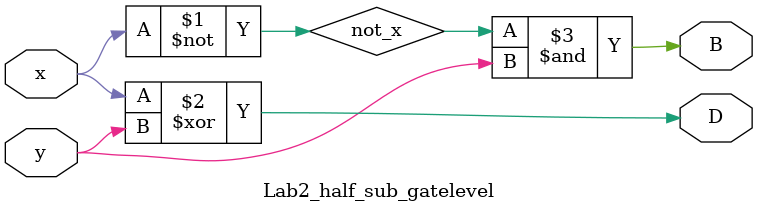
<source format=v>
module Lab2_half_sub_gatelevel(input x, y, output B, D);

	nor 	 nX(not_x, x);
	xor	#(4) G1(D, x, y);
	and #(2) G2(B, not_x, y);

endmodule
</source>
